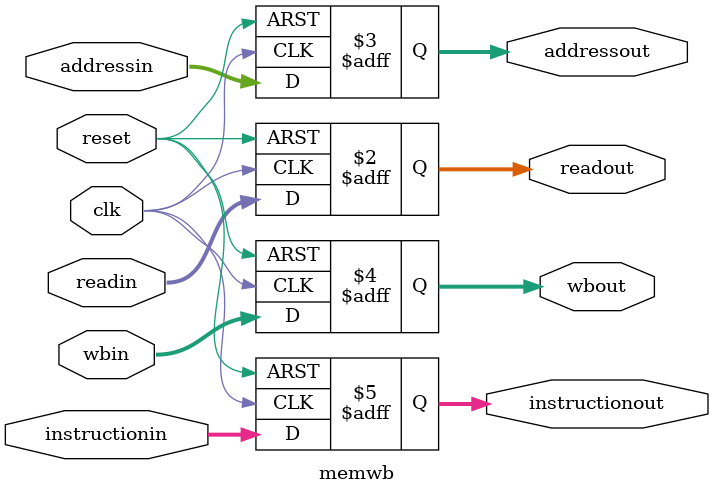
<source format=v>
module memwb(
input [31:0] readin,
input [31:0]addressin,
input [4:0]wbin,
input [31:0] instructionin,
output reg [31:0] readout,
output reg [31:0]addressout,
output reg [4:0]wbout,
output reg [31:0] instructionout,
input reset,
input clk
);

always @(posedge clk or posedge reset)
begin
	if(reset)
	begin
	addressout <= 32'b00000000000000000000000000000000;
	readout <= 32'b00000000000000000000000000000000;
	wbout <= 5'b00000;
	instructionout <= 32'b00000000000000000000000000000000;
	end
	
	else
	begin
	addressout <= addressin;
	readout <= readin;
	wbout <= wbin;
	instructionout <= instructionin;
	end
	
end

endmodule




</source>
